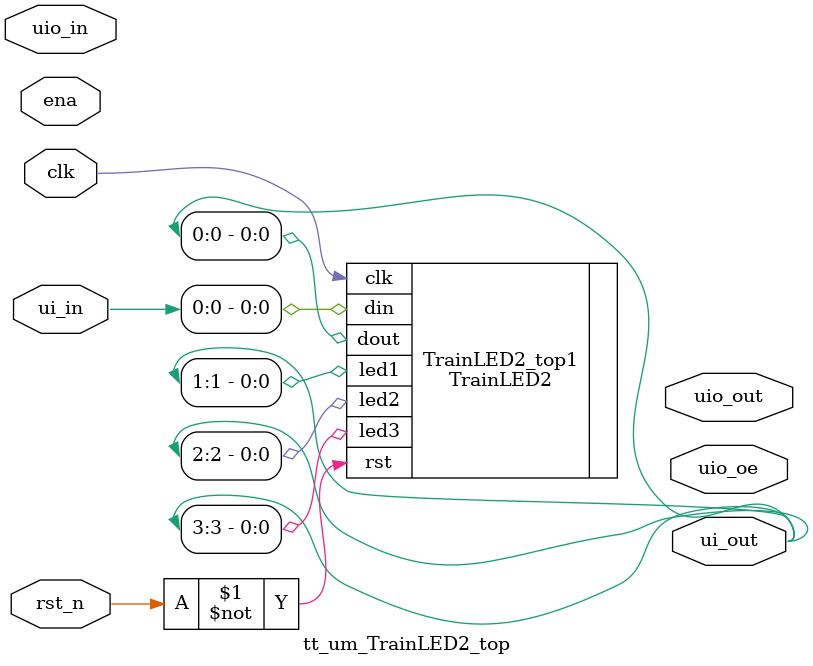
<source format=v>
module tt_um_TrainLED2_top(
  input wire [7:0] ui_in, // Dedicated inputs
  output wire [7:0] ui_out, // Dedicated outputs
  input wire [7:0] uio_in, // IOs: Input path
  output wire [7:0] uio_out, // IOs: Output path
  output wire [7:0] uio_oe, // IOs: Output enable path (active high 0=input, 1=output)
  input wire ena,
  input wire clk,
  input wire rst_n
);

// Instance 1
TrainLED2 TrainLED2_top1 (
  .clk(clk),
  .rst(~rst_n),
  .din(ui_in[0]),
  .dout(ui_out[0]),
  .led1(ui_out[1]),
  .led2(ui_out[2]),
  .led3(ui_out[3])
  );

// Instance 2 - Requires an additionall tile
// TrainLED2 TrainLED2_top2 (
//   .clk(clk),
//   .rst(~rst_n),
//   .din(uio_in[1]),
//   .dout(uio_out[4]),
//   .led1(uio_out[5]),
//   .led2(uio_out[6]),
//   .led3(uio_out[7])
//   );

endmodule
</source>
